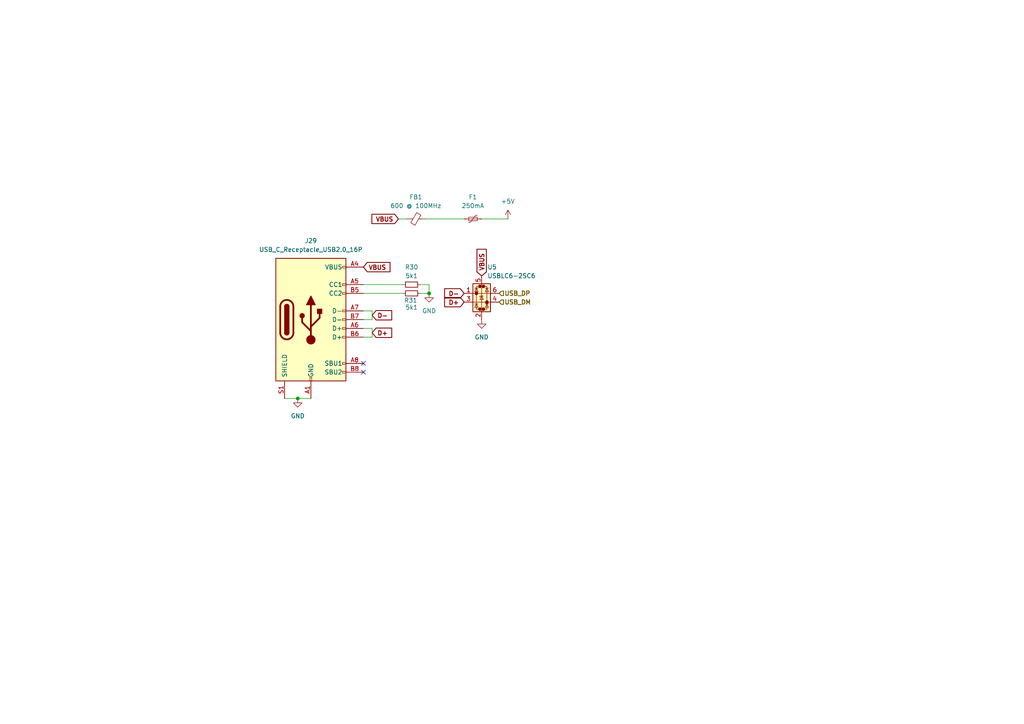
<source format=kicad_sch>
(kicad_sch (version 20250114) (generator "eeschema") (generator_version "9.0")
  (paper "A4")
  (lib_symbols
    (symbol "Connector:USB_C_Receptacle_USB2.0_16P" (pin_names (offset 1.016))
      (property "Reference" "J" (at 0 22.225 0))
      (property "Value" "USB_C_Receptacle_USB2.0_16P" (at 0 19.685 0))
      (symbol "USB_C_Receptacle_USB2.0_16P_0_0"
        (rectangle (start -0.254 -17.78) (end 0.254 -16.764))
        (rectangle (start 10.16 15.494) (end 9.144 14.986))
        (rectangle (start 10.16 10.414) (end 9.144 9.906))
        (rectangle (start 10.16 7.874) (end 9.144 7.366))
        (rectangle (start 10.16 2.794) (end 9.144 2.286))
        (rectangle (start 10.16 0.254) (end 9.144 -0.254))
        (rectangle (start 10.16 -2.286) (end 9.144 -2.794))
        (rectangle (start 10.16 -4.826) (end 9.144 -5.334))
        (rectangle (start 10.16 -12.446) (end 9.144 -12.954))
        (rectangle (start 10.16 -14.986) (end 9.144 -15.494))
      )
      (symbol "USB_C_Receptacle_USB2.0_16P_0_1"
        (rectangle (start -10.16 17.78) (end 10.16 -17.78) (stroke (width 0.254)) (fill (type background)))
        (polyline (pts (xy -8.89 -3.81) (xy -8.89 3.81)) (stroke (width 0.508)))
        (rectangle (start -7.62 -3.81) (end -6.35 3.81) (stroke (width 0.254)) (fill (type outline)))
        (arc (start -7.62 3.81) (mid -6.985 4.4423) (end -6.35 3.81) (stroke (width 0.254)))
        (arc (start -7.62 3.81) (mid -6.985 4.4423) (end -6.35 3.81) (stroke (width 0.254)) (fill (type outline)))
        (arc (start -8.89 3.81) (mid -6.985 5.7067) (end -5.08 3.81) (stroke (width 0.508)))
        (arc (start -5.08 -3.81) (mid -6.985 -5.7067) (end -8.89 -3.81) (stroke (width 0.508)))
        (arc (start -6.35 -3.81) (mid -6.985 -4.4423) (end -7.62 -3.81) (stroke (width 0.254)))
        (arc (start -6.35 -3.81) (mid -6.985 -4.4423) (end -7.62 -3.81) (stroke (width 0.254)) (fill (type outline)))
        (polyline (pts (xy -5.08 3.81) (xy -5.08 -3.81)) (stroke (width 0.508)))
        (circle (center -2.54 1.143) (radius 0.635) (stroke (width 0.254)) (fill (type outline)))
        (polyline (pts (xy -1.27 4.318) (xy 0 6.858) (xy 1.27 4.318) (xy -1.27 4.318)) (stroke (width 0.254)) (fill (type outline)))
        (polyline (pts (xy 0 -2.032) (xy 2.54 0.508) (xy 2.54 1.778)) (stroke (width 0.508)))
        (polyline (pts (xy 0 -3.302) (xy -2.54 -0.762) (xy -2.54 0.508)) (stroke (width 0.508)))
        (polyline (pts (xy 0 -5.842) (xy 0 4.318)) (stroke (width 0.508)))
        (circle (center 0 -5.842) (radius 1.27) (fill (type outline)))
        (rectangle (start 1.905 1.778) (end 3.175 3.048) (stroke (width 0.254)) (fill (type outline)))
      )
      (symbol "USB_C_Receptacle_USB2.0_16P_1_1"
        (pin passive line (at -7.62 -22.86 90) (length 5.08) (name "SHIELD") (number "S1"))
        (pin passive line (at 0 -22.86 90) (length 5.08) (name "GND") (number "A1"))
        (pin passive line (at 0 -22.86 90) (length 5.08) (hide yes) (name "GND") (number "A12"))
        (pin passive line (at 0 -22.86 90) (length 5.08) (hide yes) (name "GND") (number "B1"))
        (pin passive line (at 0 -22.86 90) (length 5.08) (hide yes) (name "GND") (number "B12"))
        (pin passive line (at 15.24 15.24 180) (length 5.08) (name "VBUS") (number "A4"))
        (pin passive line (at 15.24 15.24 180) (length 5.08) (hide yes) (name "VBUS") (number "A9"))
        (pin passive line (at 15.24 15.24 180) (length 5.08) (hide yes) (name "VBUS") (number "B4"))
        (pin passive line (at 15.24 15.24 180) (length 5.08) (hide yes) (name "VBUS") (number "B9"))
        (pin bidirectional line (at 15.24 10.16 180) (length 5.08) (name "CC1") (number "A5"))
        (pin bidirectional line (at 15.24 7.62 180) (length 5.08) (name "CC2") (number "B5"))
        (pin bidirectional line (at 15.24 2.54 180) (length 5.08) (name "D-") (number "A7"))
        (pin bidirectional line (at 15.24 0 180) (length 5.08) (name "D-") (number "B7"))
        (pin bidirectional line (at 15.24 -2.54 180) (length 5.08) (name "D+") (number "A6"))
        (pin bidirectional line (at 15.24 -5.08 180) (length 5.08) (name "D+") (number "B6"))
        (pin bidirectional line (at 15.24 -12.7 180) (length 5.08) (name "SBU1") (number "A8"))
        (pin bidirectional line (at 15.24 -15.24 180) (length 5.08) (name "SBU2") (number "B8"))
      )
    )
    (symbol "Device:FerriteBead_Small" (pin_numbers (hide yes)) (pin_names (offset 0))
      (property "Reference" "FB" (at 1.905 1.27 0))
      (property "Value" "FerriteBead_Small" (at 1.905 -1.27 0))
      (symbol "FerriteBead_Small_0_1"
        (polyline (pts (xy -1.8288 0.2794) (xy -1.1176 1.4986) (xy 1.8288 -0.2032) (xy 1.1176 -1.4224) (xy -1.8288 0.2794)))
        (polyline (pts (xy 0 0.889) (xy 0 1.2954)))
        (polyline (pts (xy 0 -1.27) (xy 0 -0.7874)))
      )
      (symbol "FerriteBead_Small_1_1"
        (pin passive line (at 0 2.54 270) (length 1.27) (name "~") (number "1"))
        (pin passive line (at 0 -2.54 90) (length 1.27) (name "~") (number "2"))
      )
    )
    (symbol "Device:Polyfuse_Small" (pin_numbers (hide yes)) (pin_names (offset 0))
      (property "Reference" "F" (at -1.905 0 90))
      (property "Value" "Polyfuse_Small" (at 1.905 0 90))
      (symbol "Polyfuse_Small_0_1"
        (polyline (pts (xy -1.016 1.27) (xy -1.016 0.762) (xy 1.016 -0.762) (xy 1.016 -1.27)))
        (rectangle (start -0.508 1.27) (end 0.508 -1.27))
        (polyline (pts (xy 0 2.54) (xy 0 -2.54)))
      )
      (symbol "Polyfuse_Small_1_1"
        (pin passive line (at 0 2.54 270) (length 0.635) (name "~") (number "1"))
        (pin passive line (at 0 -2.54 90) (length 0.635) (name "~") (number "2"))
      )
    )
    (symbol "Device:R_Small" (pin_numbers (hide yes)) (pin_names (offset 0.254) (hide yes))
      (property "Reference" "R" (at 0.762 0.508 0))
      (property "Value" "R_Small" (at 0.762 -1.016 0))
      (symbol "R_Small_0_1"
        (rectangle (start -0.762 1.778) (end 0.762 -1.778) (stroke (width 0.2032)))
      )
      (symbol "R_Small_1_1"
        (pin passive line (at 0 2.54 270) (length 0.762) (name "~") (number "1"))
        (pin passive line (at 0 -2.54 90) (length 0.762) (name "~") (number "2"))
      )
    )
    (symbol "Power_Protection:USBLC6-2SC6" (pin_names (hide yes))
      (property "Reference" "U" (at 0.635 5.715 0))
      (property "Value" "USBLC6-2SC6" (at 0.635 3.81 0))
      (symbol "USBLC6-2SC6_0_0"
        (circle (center -1.524 0) (radius 0.0001) (stroke (width 0.508)))
        (circle (center -0.508 2.032) (radius 0.0001) (stroke (width 0.508)))
        (circle (center -0.508 -4.572) (radius 0.0001) (stroke (width 0.508)))
        (circle (center 0.508 2.032) (radius 0.0001) (stroke (width 0.508)))
        (circle (center 0.508 -4.572) (radius 0.0001) (stroke (width 0.508)))
        (circle (center 1.524 -2.54) (radius 0.0001) (stroke (width 0.508)))
      )
      (symbol "USBLC6-2SC6_0_1"
        (polyline (pts (xy -2.54 0) (xy 2.54 0)))
        (polyline (pts (xy -2.54 -2.54) (xy 2.54 -2.54)))
        (polyline (pts (xy -2.032 0.508) (xy -1.016 0.508) (xy -1.524 1.524) (xy -2.032 0.508)))
        (polyline (pts (xy -2.032 -3.048) (xy -1.016 -3.048)))
        (polyline (pts (xy -1.016 1.524) (xy -2.032 1.524)))
        (polyline (pts (xy -1.016 -4.064) (xy -2.032 -4.064) (xy -1.524 -3.048) (xy -1.016 -4.064)))
        (polyline (pts (xy -0.508 -1.143) (xy -0.508 -0.762) (xy 0.508 -0.762)))
        (polyline (pts (xy 0 2.54) (xy -0.508 2.032) (xy 0.508 2.032) (xy 0 1.524) (xy 0 -4.064) (xy -0.508 -4.572) (xy 0.508 -4.572) (xy 0 -5.08)))
        (polyline (pts (xy 0.508 -1.778) (xy -0.508 -1.778) (xy 0 -0.762) (xy 0.508 -1.778)))
        (polyline (pts (xy 1.016 1.524) (xy 2.032 1.524)))
        (polyline (pts (xy 1.016 -3.048) (xy 2.032 -3.048)))
        (polyline (pts (xy 2.032 0.508) (xy 1.016 0.508) (xy 1.524 1.524) (xy 2.032 0.508)))
        (polyline (pts (xy 2.032 -4.064) (xy 1.016 -4.064) (xy 1.524 -3.048) (xy 2.032 -4.064)))
      )
      (symbol "USBLC6-2SC6_1_1"
        (rectangle (start -2.54 2.794) (end 2.54 -5.334) (stroke (width 0.254)) (fill (type background)))
        (polyline (pts (xy -0.508 2.032) (xy -1.524 2.032) (xy -1.524 -4.572) (xy -0.508 -4.572)))
        (polyline (pts (xy 0.508 -4.572) (xy 1.524 -4.572) (xy 1.524 2.032) (xy 0.508 2.032)))
        (pin passive line (at -5.08 0 0) (length 2.54) (name "I/O1") (number "1"))
        (pin passive line (at -5.08 -2.54 0) (length 2.54) (name "I/O2") (number "3"))
        (pin passive line (at 0 5.08 270) (length 2.54) (name "VBUS") (number "5"))
        (pin passive line (at 0 -7.62 90) (length 2.54) (name "GND") (number "2"))
        (pin passive line (at 5.08 0 180) (length 2.54) (name "I/O1") (number "6"))
        (pin passive line (at 5.08 -2.54 180) (length 2.54) (name "I/O2") (number "4"))
      )
    )
    (symbol "power:+5V" (power) (pin_numbers (hide yes)) (pin_names (offset 0) (hide yes))
      (property "Value" "+5V" (at 0 3.556 0))
      (symbol "+5V_0_1"
        (polyline (pts (xy -0.762 1.27) (xy 0 2.54)))
        (polyline (pts (xy 0 2.54) (xy 0.762 1.27)))
        (polyline (pts (xy 0 0) (xy 0 2.54)))
      )
      (symbol "+5V_1_1"
        (pin power_in line (at 0 0 90) (length 0) (name "~") (number "1"))
      )
    )
    (symbol "power:GND" (power) (pin_numbers (hide yes)) (pin_names (offset 0) (hide yes))
      (property "Value" "GND" (at 0 -3.81 0))
      (symbol "GND_0_1"
        (polyline (pts (xy 0 0) (xy 0 -1.27) (xy 1.27 -1.27) (xy 0 -2.54) (xy -1.27 -1.27) (xy 0 -1.27)))
      )
      (symbol "GND_1_1"
        (pin power_in line (at 0 0 270) (length 0) (name "~") (number "1"))
      )
    )
  )
  (junction (at 124.46 85.09))
  (junction (at 86.36 115.57))
  (no_connect (at 105.41 105.41))
  (no_connect (at 105.41 107.95))
  (wire (pts (xy 123.19 63.5) (xy 134.62 63.5)))
  (wire (pts (xy 124.46 85.09) (xy 124.46 82.55)))
  (wire (pts (xy 124.46 82.55) (xy 121.92 82.55)))
  (wire (pts (xy 105.41 82.55) (xy 116.84 82.55)))
  (wire (pts (xy 105.41 90.17) (xy 107.95 90.17)))
  (wire (pts (xy 121.92 85.09) (xy 124.46 85.09)))
  (wire (pts (xy 107.95 97.79) (xy 105.41 97.79)))
  (wire (pts (xy 105.41 95.25) (xy 107.95 95.25)))
  (wire (pts (xy 147.32 63.5) (xy 139.7 63.5)))
  (wire (pts (xy 105.41 85.09) (xy 116.84 85.09)))
  (wire (pts (xy 86.36 115.57) (xy 90.17 115.57)))
  (wire (pts (xy 107.95 92.71) (xy 105.41 92.71)))
  (wire (pts (xy 118.11 63.5) (xy 115.57 63.5)))
  (wire (pts (xy 107.95 90.17) (xy 107.95 92.71)))
  (wire (pts (xy 107.95 95.25) (xy 107.95 97.79)))
  (wire (pts (xy 82.55 115.57) (xy 86.36 115.57)))
  (global_label "D+" (shape input) (at 107.95 96.52 0) (effects (font (thickness 0.254) (bold yes))) (property "Intersheetrefs" "${INTERSHEET_REFS}" (effects (hide yes))))
  (global_label "VBUS" (shape input) (at 115.57 63.5 180) (effects (font (thickness 0.254) (bold yes))) (property "Intersheetrefs" "${INTERSHEET_REFS}" (effects (hide yes))))
  (global_label "VBUS" (shape input) (at 105.41 77.47 0) (effects (font (thickness 0.254) (bold yes))) (property "Intersheetrefs" "${INTERSHEET_REFS}" (effects (hide yes))))
  (global_label "D+" (shape input) (at 134.62 87.63 180) (effects (font (thickness 0.254) (bold yes))) (property "Intersheetrefs" "${INTERSHEET_REFS}" (effects (hide yes))))
  (global_label "VBUS" (shape input) (at 139.7 80.01 90) (effects (font (thickness 0.254) (bold yes))) (property "Intersheetrefs" "${INTERSHEET_REFS}" (effects (hide yes))))
  (global_label "D-" (shape input) (at 134.62 85.09 180) (effects (font (thickness 0.254) (bold yes))) (property "Intersheetrefs" "${INTERSHEET_REFS}" (effects (hide yes))))
  (global_label "D-" (shape input) (at 107.95 91.44 0) (effects (font (thickness 0.254) (bold yes))) (property "Intersheetrefs" "${INTERSHEET_REFS}" (effects (hide yes))))
  (hierarchical_label "USB_DM" (shape input) (at 144.78 87.63 0) (effects (font (thickness 0.254) (bold yes))))
  (hierarchical_label "USB_DP" (shape input) (at 144.78 85.09 0) (effects (font (thickness 0.254) (bold yes))))
  (symbol (lib_id "Connector:USB_C_Receptacle_USB2.0_16P") (at 90.17 92.71 0) (unit 1)
    (property "Reference" "J29" (at 90.17 69.85 0))
    (property "Value" "USB_C_Receptacle_USB2.0_16P" (at 90.17 72.39 0))
    (property "Footprint" "Connector_USB:USB_C_Receptacle_HRO_TYPE-C-31-M-12" (effects (hide yes)))
    (property "Datasheet" "https://www.usb.org/sites/default/files/documents/usb_type-c.zip" (effects (hide yes)))
    (property "Description" "USB 2.0-only 16P Type-C Receptacle connector" (effects (hide yes)))
  )
  (symbol (lib_id "power:+5V") (at 147.32 63.5 0) (unit 1)
    (property "Reference" "#PWR0123" (effects (hide yes)))
    (property "Value" "+5V" (at 147.32 58.42 0))
    (property "Description" "Power symbol creates a global label with name \"+5V\"" (effects (hide yes)))
  )
  (symbol (lib_id "Device:FerriteBead_Small") (at 120.65 63.5 90) (unit 1)
    (property "Reference" "FB1" (at 120.6119 57.15 90))
    (property "Value" "600 @ 100MHz" (at 120.6119 59.69 90))
    (property "Footprint" "Inductor_SMD:L_0805_2012Metric" (effects (hide yes)))
    (property "Description" "Ferrite bead, small symbol" (effects (hide yes)))
  )
  (symbol (lib_id "Device:Polyfuse_Small") (at 137.16 63.5 90) (unit 1)
    (property "Reference" "F1" (at 137.16 57.15 90))
    (property "Value" "250mA" (at 137.16 59.69 90))
    (property "Footprint" "Fuse:Fuse_1206_3216Metric" (effects (hide yes)))
    (property "Description" "Resettable fuse, polymeric positive temperature coefficient, small symbol" (effects (hide yes)))
  )
  (symbol (lib_id "power:GND") (at 124.46 85.09 0) (unit 1)
    (property "Reference" "#PWR0121" (effects (hide yes)))
    (property "Value" "GND" (at 124.46 90.17 0))
    (property "Description" "Power symbol creates a global label with name \"GND\" , ground" (effects (hide yes)))
  )
  (symbol (lib_id "power:GND") (at 139.7 92.71 0) (unit 1)
    (property "Reference" "#PWR0122" (effects (hide yes)))
    (property "Value" "GND" (at 139.7 97.79 0))
    (property "Description" "Power symbol creates a global label with name \"GND\" , ground" (effects (hide yes)))
  )
  (symbol (lib_id "Device:R_Small") (at 119.38 85.09 90) (unit 1)
    (property "Reference" "R31" (at 119.126 87.122 90))
    (property "Value" "5k1" (at 119.38 89.154 90))
    (property "Footprint" "Resistor_SMD:R_0402_1005Metric" (effects (hide yes)))
    (property "Description" "Resistor, small symbol" (effects (hide yes)))
  )
  (symbol (lib_id "power:GND") (at 86.36 115.57 0) (unit 1)
    (property "Reference" "#PWR0120" (effects (hide yes)))
    (property "Value" "GND" (at 86.36 120.65 0))
    (property "Description" "Power symbol creates a global label with name \"GND\" , ground" (effects (hide yes)))
  )
  (symbol (lib_id "Device:R_Small") (at 119.38 82.55 90) (unit 1)
    (property "Reference" "R30" (at 119.38 77.47 90))
    (property "Value" "5k1" (at 119.38 80.01 90))
    (property "Footprint" "Resistor_SMD:R_0402_1005Metric" (effects (hide yes)))
    (property "Description" "Resistor, small symbol" (effects (hide yes)))
  )
  (symbol (lib_id "Power_Protection:USBLC6-2SC6") (at 139.7 85.09 0) (unit 1)
    (property "Reference" "U5" (at 141.3511 77.47 0) (effects (justify left)))
    (property "Value" "USBLC6-2SC6" (at 141.3511 80.01 0) (effects (justify left)))
    (property "Footprint" "Package_TO_SOT_SMD:SOT-23-6" (effects (hide yes)))
    (property "Datasheet" "https://www.st.com/resource/en/datasheet/usblc6-2.pdf" (effects (hide yes)))
    (property "Description" "Very low capacitance ESD protection diode, 2 data-line, SOT-23-6" (effects (hide yes)))
    (property "MPN" "624-7693" (effects (hide yes)))
  )
)
</source>
